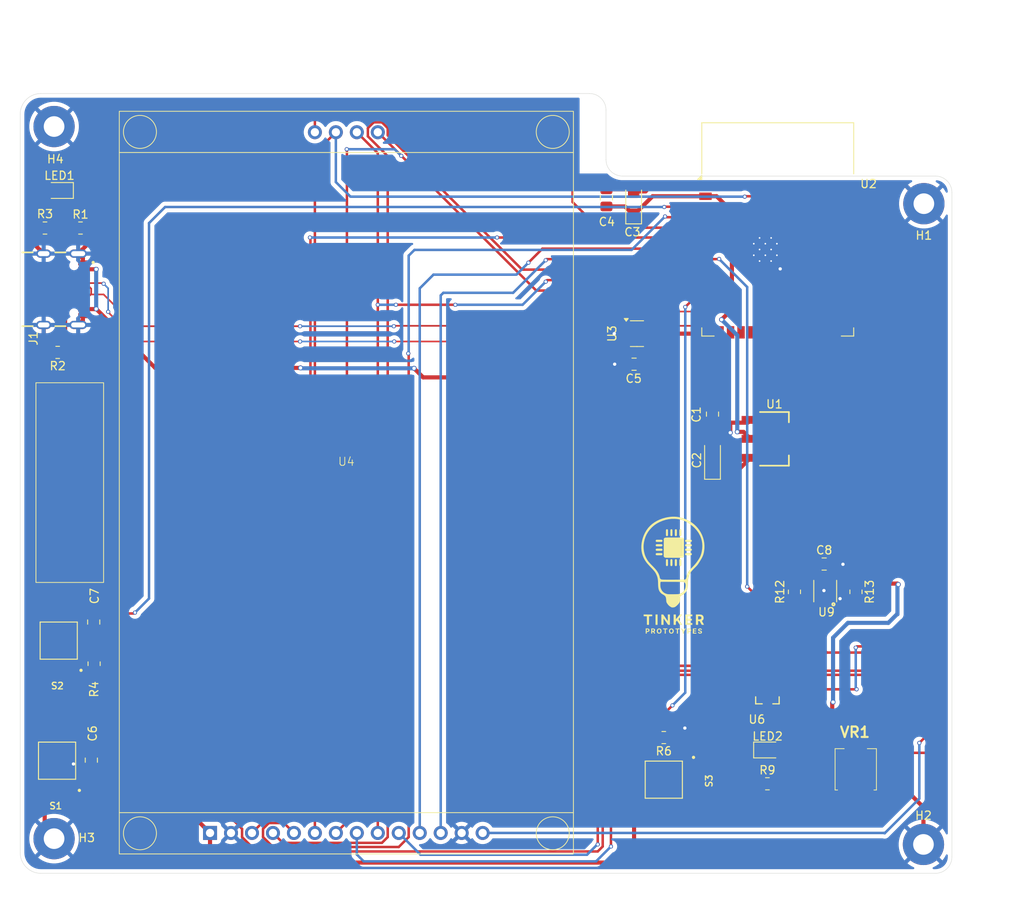
<source format=kicad_pcb>
(kicad_pcb (version 20241229) (generator "pcbnew") (generator_version "9.0")
  (layers (0 "F.Cu" signal) (2 "B.Cu" signal) (13 "F.Paste" user) (15 "B.Paste" user) (5 "F.SilkS" user "F.Silkscreen") (7 "B.SilkS" user "B.Silkscreen") (1 "F.Mask" user) (3 "B.Mask" user) (25 "Edge.Cuts" user))
  (net 0 "")
  (net 1 "GND")
  (net 2 "+5V")
  (net 3 "+3.3V")
  (net 4 "/BOOT")
  (net 5 "/EN")
  (net 6 "Net-(J1-CC2)")
  (net 7 "Net-(J1-CC1)")
  (net 8 "/USB_P")
  (net 9 "/USB_N")
  (net 10 "/PWD_LED")
  (net 11 "/D-")
  (net 12 "/D+")
  (net 13 "Net-(LED2-A)")
  (net 14 "Net-(LED2-K)")
  (net 16 "/SW1")
  (net 18 "/SCK")
  (net 20 "/SD_CS")
  (net 21 "/MOSI")
  (net 28 "/SCL")
  (net 29 "/T_CS")
  (net 30 "/LED1")
  (net 31 "/MISO")
  (net 35 "/SDA")
  (net 36 "/TFT_CS")
  (net 39 "/POT1")
  (net 40 "/TFT_LED")
  (net 42 "/TFT_DC")
  (net 43 "/TFT_RST")
  (net 44 "/T_IRQ")
  (footprint "LVGL_Board:TS53YJ" (layer "F.Cu") (at 187.65 135.05)
    (property "Reference" "VR1")
    (property "Value" "TS53YJ103MR10" (hide yes))
  )
  (footprint "LVGL_Board:VREG_LM1117MPX-3.3" (layer "F.Cu") (at 177.8 95)
    (property "Reference" "U1")
    (property "Value" "LM1117MPX-3.3")
  )
  (footprint "Resistor_SMD:R_0805_2012Metric_Pad1.20x1.40mm_HandSolder" (layer "F.Cu") (at 180.225 113.5375 -90)
    (property "Reference" "R12")
    (property "Value" "4k7")
  )
  (footprint "Resistor_SMD:R_0805_2012Metric_Pad1.20x1.40mm_HandSolder" (layer "F.Cu") (at 95.4 122.25 90)
    (property "Reference" "R4")
    (property "Value" "10k")
  )
  (footprint "MountingHole:MountingHole_2.5mm_Pad" (layer "F.Cu") (at 90.55 143.45)
    (property "Reference" "H3")
    (property "Value" "MountingHole_Pad" (hide yes))
  )
  (footprint "LVGL_Board:IRLML2502TRPBF_SOT23" (layer "F.Cu") (at 176.95 126.45 180)
    (property "Reference" "U6")
    (property "Value" "IRLML2502TRPBF")
  )
  (footprint "LVGL_Board:SW_TL3305AF260QG" (layer "F.Cu") (at 90.9125 134 180)
    (property "Reference" "S1")
    (property "Value" "Boot")
  )
  (footprint "Resistor_SMD:R_0805_2012Metric_Pad1.20x1.40mm_HandSolder" (layer "F.Cu") (at 176.95 136.8)
    (property "Reference" "R9")
    (property "Value" "470")
  )
  (footprint "Symbol:TP_Logo_New_15mm_Positive" (layer "F.Cu") (at 165.6 111.6)
    (property "Reference" "G***" (hide yes))
    (property "Value" "LOGO" (hide yes))
  )
  (footprint "Capacitor_SMD:C_0805_2012Metric_Pad1.18x1.45mm_HandSolder" (layer "F.Cu") (at 170.3 92 -90)
    (property "Reference" "C1")
    (property "Value" "0.1u")
  )
  (footprint "Capacitor_SMD:C_0805_2012Metric_Pad1.18x1.45mm_HandSolder" (layer "F.Cu") (at 183.825 110.17)
    (property "Reference" "C8")
    (property "Value" "0.1u")
  )
  (footprint "Tinker_Prototypes:ILI9341_TFT_3-2inch" (layer "F.Cu") (at 125.95 100.3)
    (property "Reference" "U4")
    (property "Value" "ILI9341_TFT_3.2")
  )
  (footprint "Capacitor_Tantalum_SMD:CP_EIA-3216-10_Kemet-I_HandSolder" (layer "F.Cu") (at 160.75 66.45 90)
    (property "Reference" "C3")
    (property "Value" "10u")
  )
  (footprint "Resistor_SMD:R_0805_2012Metric_Pad1.20x1.40mm_HandSolder" (layer "F.Cu") (at 164.4 131.2 180)
    (property "Reference" "R6")
    (property "Value" "10k")
  )
  (footprint "Capacitor_Tantalum_SMD:CP_EIA-3216-10_Kemet-I_HandSolder" (layer "F.Cu") (at 170.3 97.4 90)
    (property "Reference" "C2")
    (property "Value" "10u")
  )
  (footprint "LVGL_Board:BME280_PSON65P-8N" (layer "F.Cu") (at 183.95 113.45 -90)
    (property "Reference" "U9")
    (property "Value" "BME280")
  )
  (footprint "LED_SMD:LED_0805_2012Metric" (layer "F.Cu") (at 176.97 132.7)
    (property "Reference" "LED2")
    (property "Value" "LTST-C170KRKT")
  )
  (footprint "Resistor_SMD:R_0805_2012Metric_Pad1.20x1.40mm_HandSolder" (layer "F.Cu") (at 93.75 69.45)
    (property "Reference" "R1")
    (property "Value" "470")
  )
  (footprint "LED_SMD:LED_0805_2012Metric" (layer "F.Cu") (at 91.2 64.9 180)
    (property "Reference" "LED1")
    (property "Value" "LTST-C170KRKT")
  )
  (footprint "LVGL_Board:SW_TL3305AF260QG" (layer "F.Cu") (at 91.1125 119.45 180)
    (property "Reference" "S2")
    (property "Value" "Reset")
  )
  (footprint "LVGL_Board:SW_TL3305AF260QG" (layer "F.Cu") (at 164.4 136.3 -90)
    (property "Reference" "S3")
    (property "Value" "SW1")
  )
  (footprint "Package_TO_SOT_SMD:SOT-23-6" (layer "F.Cu") (at 161.15 82.25)
    (property "Reference" "U3")
    (property "Value" "USBLC6-2SC6" (hide yes))
  )
  (footprint "Resistor_SMD:R_0805_2012Metric_Pad1.20x1.40mm_HandSolder" (layer "F.Cu") (at 187.675 113.5375 -90)
    (property "Reference" "R13")
    (property "Value" "4k7")
  )
  (footprint "LVGL_Board:GCT_USB4105-GF-A" (layer "F.Cu") (at 89.2875 76.8725 -90)
    (property "Reference" "J1")
    (property "Value" "USB4105-GF-A")
  )
  (footprint "Capacitor_SMD:C_0805_2012Metric_Pad1.18x1.45mm_HandSolder" (layer "F.Cu") (at 160.8 85.95 180)
    (property "Reference" "C5")
    (property "Value" "100nF")
  )
  (footprint "Capacitor_SMD:C_0805_2012Metric_Pad1.18x1.45mm_HandSolder" (layer "F.Cu") (at 95.35 117.2 -90)
    (property "Reference" "C7")
    (property "Value" "0.1u")
  )
  (footprint "MountingHole:MountingHole_2.5mm_Pad" (layer "F.Cu") (at 195.85 144.15)
    (property "Reference" "H2")
    (property "Value" "MountingHole_Pad" (hide yes))
  )
  (footprint "Resistor_SMD:R_0805_2012Metric_Pad1.20x1.40mm_HandSolder" (layer "F.Cu") (at 89.45 69.45 180)
    (property "Reference" "R3")
    (property "Value" "5k1")
  )
  (footprint "Capacitor_SMD:C_0805_2012Metric_Pad1.18x1.45mm_HandSolder" (layer "F.Cu") (at 95.0625 133.9375 -90)
    (property "Reference" "C6")
    (property "Value" "0.1u")
  )
  (footprint "Resistor_SMD:R_0805_2012Metric_Pad1.20x1.40mm_HandSolder" (layer "F.Cu") (at 90.9875 84.5225 180)
    (property "Reference" "R2")
    (property "Value" "5k1")
  )
  (footprint "RF_Module:ESP32-S3-WROOM-1" (layer "F.Cu") (at 178.2 69.59)
    (property "Reference" "U2")
    (property "Value" "ESP32-S3-WROOM-1")
  )
  (footprint "Capacitor_SMD:C_0805_2012Metric_Pad1.18x1.45mm_HandSolder" (layer "F.Cu") (at 157.45 65.8 90)
    (property "Reference" "C4")
    (property "Value" "0.1u")
  )
  (footprint "MountingHole:MountingHole_2.5mm_Pad" (layer "F.Cu") (at 90.55 57.15)
    (property "Reference" "H4")
    (property "Value" "MountingHole_Pad" (hide yes))
  )
  (footprint "MountingHole:MountingHole_2.5mm_Pad" (layer "F.Cu") (at 195.9 66.5)
    (property "Reference" "H1")
    (property "Value" "MountingHole_Pad" (hide yes))
  )
  (gr_rect (start 88.35 88.2) (end 96.55 112.4) (stroke (width 0.1)) (fill no) (layer "F.SilkS"))
  (gr_line (start 88.95 53.15) (end 155.4 53.15) (stroke (width 0.05)) (layer "Edge.Cuts"))
  (gr_line (start 199.3 65.15) (end 199.3 145.65) (stroke (width 0.05)) (layer "Edge.Cuts"))
  (gr_arc (start 159.4 63.15) (mid 157.985786 62.564214) (end 157.4 61.15) (stroke (width 0.05)) (layer "Edge.Cuts"))
  (gr_arc (start 199.3 145.65) (mid 198.714214 147.064214) (end 197.3 147.65) (stroke (width 0.05)) (layer "Edge.Cuts"))
  (gr_line (start 197.3 147.65) (end 97.65 147.65) (stroke (width 0.05)) (layer "Edge.Cuts"))
  (gr_arc (start 197.3 63.15) (mid 198.714214 63.735786) (end 199.3 65.15) (stroke (width 0.05)) (layer "Edge.Cuts"))
  (gr_arc (start 155.4 53.15) (mid 156.814214 53.735786) (end 157.4 55.15) (stroke (width 0.05)) (layer "Edge.Cuts"))
  (gr_arc (start 88.95 147.65) (mid 87.182233 146.917767) (end 86.45 145.15) (stroke (width 0.05)) (layer "Edge.Cuts"))
  (gr_line (start 86.45 145.15) (end 86.45 55.65) (stroke (width 0.05)) (layer "Edge.Cuts"))
  (gr_arc (start 86.45 55.65) (mid 87.182233 53.882233) (end 88.95 53.15) (stroke (width 0.05)) (layer "Edge.Cuts"))
  (gr_line (start 157.4 55.15) (end 157.4 61.15) (stroke (width 0.05)) (layer "Edge.Cuts"))
  (gr_line (start 159.4 63.15) (end 197.3 63.15) (stroke (width 0.05)) (layer "Edge.Cuts"))
  (gr_line (start 97.65 147.65) (end 88.95 147.65) (stroke (width 0.05)) (layer "Edge.Cuts"))
  (segment (start 186.95 64.33) (end 193.73 64.33) (width 0.5) (layer "F.Cu") (net 1))
  (segment (start 176.7 72.05) (end 178.5 73.85) (width 0.3) (layer "F.Cu") (net 1))
  (segment (start 172.45 93.0375) (end 174.5625 93.0375) (width 0.5) (layer "F.Cu") (net 1))
  (segment (start 89.6125 123.05) (end 92.6125 123.05) (width 0.5) (layer "F.Cu") (net 1))
  (segment (start 94.0425 73.6725) (end 94.0425 73.1275) (width 0.5) (layer "F.Cu") (net 1))
  (segment (start 89.2875 83.7125) (end 89.2875 81.1925) (width 0.5) (layer "F.Cu") (net 1))
  (segment (start 165.4 131.2) (end 171.7 131.2) (width 0.5) (layer "F.Cu") (net 1))
  (segment (start 89.2 83.8) (end 89.2875 83.7125) (width 0.5) (layer "F.Cu") (net 1))
  (segment (start 160.5025 64.7625) (end 160.75 65.01) (width 0.5) (layer "F.Cu") (net 1))
  (segment (start 193.73 64.33) (end 195.9 66.5) (width 0.5) (layer "F.Cu") (net 1))
  (segment (start 178.5 73.85) (end 178.5 74.4) (width 0.3) (layer "F.Cu") (net 1))
  (segment (start 186.07 110.17) (end 186.1 110.2) (width 0.5) (layer "F.Cu") (net 1))
  (segment (start 183.286002 113.076) (end 183.8 113.076) (width 0.3) (layer "F.Cu") (net 1))
  (segment (start 170.3 93.0375) (end 172.45 93.0375) (width 0.5) (layer "F.Cu") (net 1))
  (segment (start 89.4125 137.6) (end 92.4125 137.6) (width 0.5) (layer "F.Cu") (net 1))
  (segment (start 88.45 69.45) (end 88.45 71.715) (width 0.5) (layer "F.Cu") (net 1))
  (segment (start 88.45 71.715) (end 89.2875 72.5525) (width 0.5) (layer "F.Cu") (net 1))
  (segment (start 195.85 139.65) (end 195.85 144.15) (width 0.5) (layer "F.Cu") (net 1))
  (segment (start 165.8 131.2) (end 166.95 130.05) (width 0.5) (layer "F.Cu") (net 1))
  (segment (start 173.3 129.6) (end 173.3 125.9) (width 0.5) (layer "F.Cu") (net 1))
  (segment (start 160.0125 82.25) (end 158.4 82.25) (width 0.5) (layer "F.Cu") (net 1))
  (segment (start 184.275 112.764998) (end 184.275 112.48) (width 0.3) (layer "F.Cu") (net 1))
  (segment (start 94.0425 80.0725) (end 94.0425 80.6175) (width 0.5) (layer "F.Cu") (net 1))
  (segment (start 185.696 114.42) (end 185.75 114.366) (width 0.3) (layer "F.Cu") (net 1))
  (segment (start 94.75 71.27) (end 93.4675 72.5525) (width 0.5) (layer "F.Cu") (net 1))
  (segment (start 162.19 65.01) (end 162.95 64.25) (width 0.5) (layer "F.Cu") (net 1))
  (segment (start 172.45 93.0375) (end 172.45 94.25) (width 0.5) (layer "F.Cu") (net 1))
  (segment (start 183.8 113.381666) (end 183.795452 113.386214) (width 0.3) (layer "F.Cu") (net 1))
  (segment (start 94.0425 73.1275) (end 93.4675 72.5525) (width 0.5) (layer "F.Cu") (net 1))
  (segment (start 92.6125 119.4375) (end 93.8125 118.2375) (width 0.5) (layer "F.Cu") (net 1))
  (segment (start 184.8625 110.17) (end 186.07 110.17) (width 0.5) (layer "F.Cu") (net 1))
  (segment (start 89.6125 123.05) (end 88.4615 121.899) (width 0.5) (layer "F.Cu") (net 1))
  (segment (start 159.7625 85.95) (end 158.45 85.95) (width 0.5) (layer "F.Cu") (net 1))
  (segment (start 94.75 69.45) (end 94.75 71.27) (width 0.5) (layer "F.Cu") (net 1))
  (segment (start 182.975 112.764998) (end 183.286002 113.076) (width 0.3) (layer "F.Cu") (net 1))
  (segment (start 183.963998 113.076) (end 184.275 112.764998) (width 0.3) (layer "F.Cu") (net 1))
  (segment (start 183.8 113.076) (end 183.8 113.381666) (width 0.3) (layer "F.Cu") (net 1))
  (segment (start 93.8125 118.2375) (end 95.35 118.2375) (width 0.5) (layer "F.Cu") (net 1))
  (segment (start 173.85 125.35) (end 176 125.35) (width 0.5) (layer "F.Cu") (net 1))
  (segment (start 182.975 112.48) (end 182.975 112.764998) (width 0.3) (layer "F.Cu") (net 1))
  (segment (start 89.4125 142.3125) (end 90.55 143.45) (width 0.5) (layer "F.Cu") (net 1))
  (segment (start 93.475 134.975) (end 92.9 134.4) (width 0.5) (layer "F.Cu") (net 1))
  (segment (start 94.0425 80.6175) (end 93.4675 81.1925) (width 0.5) (layer "F.Cu") (net 1))
  (segment (start 157.45 64.7625) (end 160.5025 64.7625) (width 0.5) (layer "F.Cu") (net 1))
  (segment (start 162.95 64.25) (end 163.03 64.33) (width 0.5) (layer "F.Cu") (net 1))
  (segment (start 186.95 64.33) (end 169.45 64.33) (width 0.5) (layer "F.Cu") (net 1))
  (segment (start 173.3 125.9) (end 173.85 125.35) (width 0.5) (layer "F.Cu") (net 1))
  (segment (start 183.8 113.076) (end 183.963998 113.076) (width 0.3) (layer "F.Cu") (net 1))
  (segment (start 170.3 93.0375) (end 170.3 95.96) (width 0.5) (layer "F.Cu") (net 1))
  (segment (start 88.4615 121.899) (end 88.4615 86.0485) (width 0.5) (layer "F.Cu") (net 1))
  (segment (start 163.03 64.33) (end 169.45 64.33) (width 0.5) (layer "F.Cu") (net 1))
  (segment (start 160.75 65.01) (end 162.19 65.01) (width 0.5) (layer "F.Cu") (net 1))
  (segment (start 88.4615 86.0485) (end 89.9875 84.5225) (width 0.5) (layer "F.Cu") (net 1))
  (segment (start 171.7 131.2) (end 173.3 129.6) (width 0.5) (layer "F.Cu") (net 1))
  (segment (start 165.4 131.2) (end 165.8 131.2) (width 0.5) (layer "F.Cu") (net 1))
  (segment (start 188.8 137.05) (end 193.25 137.05) (width 0.5) (layer "F.Cu") (net 1))
  (segment (start 193.25 137.05) (end 195.85 139.65) (width 0.5) (layer "F.Cu") (net 1))
  (segment (start 89.9875 84.5225) (end 89.9225 84.5225) (width 0.5) (layer "F.Cu") (net 1))
  (segment (start 89.9225 84.5225) (end 89.2 83.8) (width 0.5) (layer "F.Cu") (net 1))
  (segment (start 89.4125 137.6) (end 89.4125 142.3125) (width 0.5) (layer "F.Cu") (net 1))
  (segment (start 92.6125 123.05) (end 92.6125 119.4375) (width 0.5) (layer "F.Cu") (net 1))
  (segment (start 184.925 114.42) (end 185.696 114.42) (width 0.3) (layer "F.Cu") (net 1))
  (segment (start 174.5625 93.0375) (end 174.9 92.7) (width 0.5) (layer "F.Cu") (net 1))
  (segment (start 95.0625 134.975) (end 93.475 134.975) (width 0.5) (layer "F.Cu") (net 1))
  (via (at 172.45 94.25) (size 0.6) (drill 0.4) (layers "F.Cu" "B.Cu") (net 1))
  (via (at 166.95 130.05) (size 0.6) (drill 0.4) (layers "F.Cu" "B.Cu") (net 1))
  (via (at 158.4 82.25) (size 0.6) (drill 0.4) (layers "F.Cu" "B.Cu") (net 1))
  (via (at 183.795452 113.386214) (size 0.6) (drill 0.4) (layers "F.Cu" "B.Cu") (net 1))
  (via (at 185.75 114.366) (size 0.6) (drill 0.4) (layers "F.Cu" "B.Cu") (net 1))
  (via (at 92.9 134.4) (size 0.6) (drill 0.4) (layers "F.Cu" "B.Cu") (net 1))
  (via (at 158.45 85.95) (size 0.6) (drill 0.4) (layers "F.Cu" "B.Cu") (net 1))
  (via (at 186.1 110.2) (size 0.6) (drill 0.4) (layers "F.Cu" "B.Cu") (net 1))
  (via (at 178.5 74.4) (size 0.6) (drill 0.4) (layers "F.Cu" "B.Cu") (net 1))
  (segment (start 173.36 98.84) (end 174.9 97.3) (width 0.5) (layer "F.Cu") (net 2))
  (segment (start 170.3 83.75) (end 170.3 90.9625) (width 0.5) (layer "F.Cu") (net 2))
  (segment (start 95.6275 79.2725) (end 95.65 79.25) (width 0.5) (layer "F.Cu") (net 2))
  (segment (start 102.8 86.4) (end 120.4 86.4) (width 0.5) (layer "F.Cu") (net 2))
  (segment (start 170.3 90.9625) (end 169.6375 90.9625) (width 0.5) (layer "F.Cu") (net 2))
  (segment (start 95.65 74.45) (end 94.065 74.45) (width 0.5) (layer "F.Cu") (net 2))
  (segment (start 161.8375 85.95) (end 163.45 85.95) (width 0.5) (layer "F.Cu") (net 2))
  (segment (start 160.2375 87.55) (end 161.8375 85.95) (width 0.5) (layer "F.Cu") (net 2))
  (segment (start 164.05 82.4) (end 163.9 82.25) (width 0.5) (layer "F.Cu") (net 2))
  (segment (start 168.8 82.25) (end 170.3 83.75) (width 0.5) (layer "F.Cu") (net 2))
  (segment (start 163.45 85.95) (end 164.05 85.35) (width 0.5) (layer "F.Cu") (net 2))
  (segment (start 168.85 97.39) (end 170.3 98.84) (width 0.5) (layer "F.Cu") (net 2))
  (segment (start 94.065 74.45) (end 94.0425 74.4725) (width 0.5) (layer "F.Cu") (net 2))
  (segment (start 168.85 91.75) (end 168.85 97.39) (width 0.5) (layer "F.Cu") (net 2))
  (segment (start 135.251 87.55) (end 160.2375 87.55) (width 0.5) (layer "F.Cu") (net 2))
  (segment (start 163.9 82.25) (end 168.8 82.25) (width 0.5) (layer "F.Cu") (net 2))
  (segment (start 164.05 85.35) (end 164.05 82.4) (width 0.5) (layer "F.Cu") (net 2))
  (segment (start 162.2875 82.25) (end 163.9 82.25) (width 0.5) (layer "F.Cu") (net 2))
  (segment (start 94.0425 79.2725) (end 95.6275 79.2725) (width 0.5) (layer "F.Cu") (net 2))
  (segment (start 170.3 98.84) (end 173.36 98.84) (width 0.5) (layer "F.Cu") (net 2))
  (segment (start 169.6375 90.9625) (end 168.85 91.75) (width 0.5) (layer "F.Cu") (net 2))
  (segment (start 134.151 86.45) (end 135.251 87.55) (width 0.5) (layer "F.Cu") (net 2))
  (segment (start 95.65 79.25) (end 102.8 86.4) (width 0.5) (layer "F.Cu") (net 2))
  (via (at 95.65 74.45) (size 0.6) (drill 0.4) (layers "F.Cu" "B.Cu") (net 2))
  (via (at 120.4 86.4) (size 0.6) (drill 0.4) (layers "F.Cu" "B.Cu") (net 2))
  (via (at 95.65 79.25) (size 0.6) (drill 0.4) (layers "F.Cu" "B.Cu") (net 2))
  (via (at 134.151 86.45) (size 0.6) (drill 0.4) (layers "F.Cu" "B.Cu") (net 2))
  (segment (start 95.65 79.25) (end 95.65 74.45) (width 0.5) (layer "B.Cu") (net 2))
  (segment (start 120.4 86.4) (end 120.45 86.45) (width 0.5) (layer "B.Cu") (net 2))
  (segment (start 120.45 86.45) (end 134.151 86.45) (width 0.5) (layer "B.Cu") (net 2))
  (segment (start 170.8 65.6) (end 172.65 67.45) (width 0.5) (layer "F.Cu") (net 3))
  (segment (start 87.399 125.599) (end 89.15 127.35) (width 0.5) (layer "F.Cu") (net 3))
  (segment (start 184.275 113.825) (end 184.925 113.175) (width 0.3) (layer "F.Cu") (net 3))
  (segment (start 187.675 112.5375) (end 185.0085 112.5375) (width 0.5) (layer "F.Cu") (net 3))
  (segment (start 192.6875 112.5375) (end 187.675 112.5375) (width 0.5) (layer "F.Cu") (net 3))
  (segment (start 182.7875 95.9625) (end 182.7875 110.17) (width 0.5) (layer "F.Cu") (net 3))
  (segment (start 160.8 137.8) (end 168 137.8) (width 0.5) (layer "F.Cu") (net 3))
  (segment (start 184.8 134.3) (end 184.8 127) (width 0.5) (layer "F.Cu") (net 3))
  (segment (start 186.5 137.05) (end 186.5 136) (width 0.5) (layer "F.Cu") (net 3))
  (segment (start 187.4 111.55) (end 187.675 111.825) (width 0.5) (layer "F.Cu") (net 3))
  (segment (start 171.95 137.8) (end 172.95 136.8) (width 0.5) (layer "F.Cu") (net 3))
  (segment (start 186.5 137.05) (end 184.95 138.6) (width 0.5) (layer "F.Cu") (net 3))
  (segment (start 183.625 112.0925) (end 184.1675 111.55) (width 0.3) (layer "F.Cu") (net 3))
  (segment (start 182.825 95.925) (end 182.7875 95.9625) (width 0.5) (layer "F.Cu") (net 3))
  (segment (start 184.95 138.6) (end 177.75 138.6) (width 0.5) (layer "F.Cu") (net 3))
  (segment (start 186.5 136) (end 184.8 134.3) (width 0.5) (layer "F.Cu") (net 3))
  (segment (start 163.04 65.6) (end 169.45 65.6) (width 0.5) (layer "F.Cu") (net 3))
  (segment (start 158.8 146.35) (end 160.8 144.35) (width 0.5) (layer "F.Cu") (net 3))
  (segment (start 160.8 144.35) (end 160.8 137.8) (width 0.5) (layer "F.Cu") (net 3))
  (segment (start 103.029 136.349) (end 89.199 136.349) (width 0.5) (layer "F.Cu") (net 3))
  (segment (start 94.95 127.35) (end 95.4 126.9) (width 0.5) (layer "F.Cu") (net 3))
  (segment (start 185.0085 112.5375) (end 184.951 112.48) (width 0.5) (layer "F.Cu") (net 3))
  (segment (start 87.399 124.8) (end 87.399 125.599) (width 0.5) (layer "F.Cu") (net 3))
  (segment (start 159.6975 66.8375) (end 160.75 67.89) (width 0.5) (layer "F.Cu") (net 3))
  (segment (start 180.225 112.5375) (end 180.225 111.075) (width 0.5) (layer "F.Cu") (net 3))
  (segment (start 174.9 95) (end 180.7 95) (width 0.5) (layer "F.Cu") (net 3))
  (segment (start 88.15 64.9) (end 87.399 65.651) (width 0.5) (layer "F.Cu") (net 3))
  (segment (start 109.44 142.76) (end 109.44 145.09) (width 0.5) (layer "F.Cu") (net 3))
  (segment (start 183.625 112.48) (end 183.625 112.0925) (width 0.3) (layer "F.Cu") (net 3))
  (segment (start 87.4 124.801) (end 87.399 124.8) (width 0.5) (layer "F.Cu") (net 3))
  (segment (start 181.17 110.17) (end 182.7875 110.17) (width 0.5) (layer "F.Cu") (net 3))
  (segment (start 180.7 95) (end 181.9 95) (width 0.5) (layer "F.Cu") (net 3))
  (segment (start 182.7875 110.17) (end 184.1675 111.55) (width 0.5) (layer "F.Cu") (net 3))
  (segment (start 109.44 142.76) (end 103.029 136.349) (width 0.5) (layer "F.Cu") (net 3))
  (segment (start 95.4 126.9) (end 95.4 123.25) (width 0.5) (layer "F.Cu") (net 3))
  (segment (start 157.45 66.8375) (end 159.6975 66.8375) (width 0.5) (layer "F.Cu") (net 3))
  (segment (start 172.65 79.3) (end 171.4 80.55) (width 0.5) (layer "F.Cu") (net 3))
  (segment (start 110.7 146.35) (end 158.8 146.35) (width 0.5) (layer "F.Cu") (net 3))
  (segment (start 109.44 145.09) (end 110.7 146.35) (width 0.5) (layer "F.Cu") (net 3))
  (segment (start 172.95 136.8) (end 175.95 136.8) (width 0.5) (layer "F.Cu") (net 3))
  (segment (start 89.199 136.349) (end 87.4 134.55) (width 0.5) (layer "F.Cu") (net 3))
  (segment (start 177.75 138.6) (end 175.95 136.8) (width 0.5) (layer "F.Cu") (net 3))
  (segment (start 192.8 112.65) (end 192.6875 112.5375) (width 0.5) (layer "F.Cu") (net 3))
  (segment (start 172.65 67.45) (end 172.65 79.3) (width 0.5) (layer "F.Cu") (net 3))
  (segment (start 174.05 94.15) (end 174.9 95) (width 0.5) (layer "F.Cu") (net 3))
  (segment (start 87.399 65.651) (end 87.399 124.8) (width 0.5) (layer "F.Cu") (net 3))
  (segment (start 87.4 134.55) (end 87.4 124.801) (width 0.5) (layer "F.Cu") (net 3))
  (segment (start 184.925 113.175) (end 184.925 112.48) (width 0.3) (layer "F.Cu") (net 3))
  (segment (start 169.45 65.6) (end 170.8 65.6) (width 0.5) (layer "F.Cu") (net 3))
  (segment (start 168 137.8) (end 171.95 137.8) (width 0.5) (layer "F.Cu") (net 3))
  (segment (start 160.75 67.89) (end 163.04 65.6) (width 0.5) (layer "F.Cu") (net 3))
  (segment (start 89.15 127.35) (end 94.95 127.35) (width 0.5) (layer "F.Cu") (net 3))
  (segment (start 181.9 95) (end 182.825 95.925) (width 0.5) (layer "F.Cu") (net 3))
  (segment (start 90.2625 64.9) (end 88.15 64.9) (width 0.5) (layer "F.Cu") (net 3))
  (segment (start 184.275 114.42) (end 184.275 113.825) (width 0.3) (layer "F.Cu") (net 3))
  (segment (start 173.3 94.15) (end 174.05 94.15) (width 0.5) (layer "F.Cu") (net 3))
  (segment (start 181.15 110.15) (end 181.17 110.17) (width 0.5) (layer "F.Cu") (net 3))
  (segment (start 184.8 127) (end 184.9 126.9) (width 0.5) (layer "F.Cu") (net 3))
  (segment (start 180.225 111.075) (end 181.15 110.15) (width 0.5) (layer "F.Cu") (net 3))
  (segment (start 184.1675 111.55) (end 187.4 111.55) (width 0.5) (layer "F.Cu") (net 3))
  (segment (start 187.675 111.825) (end 187.675 112.5375) (width 0.5) (layer "F.Cu") (net 3))
  (via (at 171.4 80.55) (size 0.6) (drill 0.4) (layers "F.Cu" "B.Cu") (net 3))
  (via (at 192.8 112.65) (size 0.6) (drill 0.4) (layers "F.Cu" "B.Cu") (net 3))
  (via (at 173.3 94.15) (size 0.6) (drill 0.4) (layers "F.Cu" "B.Cu") (net 3))
  (via (at 184.9 126.9) (size 0.6) (drill 0.4) (layers "F.Cu" "B.Cu") (net 3))
  (segment (start 184.9 126.9) (end 184.9 119.1) (width 0.5) (layer "B.Cu") (net 3))
  (segment (start 186.6 117.4) (end 186.7 117.3) (width 0.5) (layer "B.Cu") (net 3))
  (segment (start 192.7 116.25) (end 192.7 112.75) (width 0.5) (layer "B.Cu") (net 3))
  (segment (start 192.7 112.75) (end 192.8 112.65) (width 0.5) (layer "B.Cu") (net 3))
  (segment (start 171.4 80.55) (end 173.3 82.45) (width 0.5) (layer "B.Cu") (net 3))
  (segment (start 186.7 117.3) (end 191.6 117.3) (width 0.5) (layer "B.Cu") (net 3))
  (segment (start 191.6 117.3) (end 192.65 116.25) (width 0.5) (layer "B.Cu") (net 3))
  (segment (start 173.3 82.45) (end 173.3 94.15) (width 0.5) (layer "B.Cu") (net 3))
  (segment (start 184.9 119.1) (end 186.6 117.4) (width 0.5) (layer "B.Cu") (net 3))
  (segment (start 192.65 116.25) (end 192.7 116.25) (width 0.5) (layer "B.Cu") (net 3))
  (segment (start 196.148 81.948) (end 195.05 80.85) (width 0.3) (layer "F.Cu") (net 4))
  (segment (start 195.45 123.1) (end 196.148 122.402) (width 0.3) (layer "F.Cu") (net 4))
  (segment (start 92.4125 130.4) (end 94.4 130.4) (width 0.3) (layer "F.Cu") (net 4))
  (segment (start 195.05 80.85) (end 194.85 80.85) (width 0.3) (layer "F.Cu") (net 4))
  (segment (start 115.062529 145.001) (end 156.398943 145.001) (width 0.3) (layer "F.Cu") (net 4))
  (segment (start 89.4125 130.4) (end 92.4125 130.4) (width 0.3) (layer "F.Cu") (net 4))
  (segment (start 157.001 144.398943) (end 157.001 128.34048) (width 0.3) (layer "F.Cu") (net 4))
  (segment (start 194.84 80.84) (end 186.95 80.84) (width 0.3) (layer "F.Cu") (net 4))
  (segment (start 95.0625 132.9) (end 103.956471 132.9) (width 0.3) (layer "F.Cu") (net 4))
  (segment (start 162.24148 123.1) (end 195.45 123.1) (width 0.3) (layer "F.Cu") (net 4))
  (segment (start 113.319 143.257471) (end 115.062529 145.001) (width 0.3) (layer "F.Cu") (net 4))
  (segment (start 157.001 128.34048) (end 162.24148 123.1) (width 0.3) (layer "F.Cu") (net 4))
  (segment (start 156.398943 145.001) (end 157.001 144.398943) (width 0.3) (layer "F.Cu") (net 4))
  (segment (start 194.85 80.85) (end 194.84 80.84) (width 0.3) (layer "F.Cu") (net 4))
  (segment (start 196.148 122.402) (end 196.148 81.948) (width 0.3) (layer "F.Cu") (net 4))
  (segment (start 94.4 130.4) (end 95.1 131.1) (width 0.3) (layer "F.Cu") (net 4))
  (segment (start 95.1 131.1) (end 95.0625 131.1375) (width 0.3) (layer "F.Cu") (net 4))
  (segment (start 113.319 142.262529) (end 113.319 143.257471) (width 0.3) (layer "F.Cu") (net 4))
  (segment (start 95.0625 131.1375) (end 95.0625 132.9) (width 0.3) (layer "F.Cu") (net 4))
  (segment (start 103.956471 132.9) (end 113.319 142.262529) (width 0.3) (layer "F.Cu") (net 4))
  (segment (start 164.48 66.87) (end 164.45 66.9) (width 0.3) (layer "F.Cu") (net 5))
  (segment (start 92.6125 115.85) (end 95.0375 115.85) (width 0.3) (layer "F.Cu") (net 5))
  (segment (start 96.426 117.2385) (end 96.426 120.224) (width 0.3) (layer "F.Cu") (net 5))
  (segment (start 169.45 66.87) (end 164.48 66.87) (width 0.3) (layer "F.Cu") (net 5))
  (segment (start 89.6125 115.85) (end 92.6125 115.85) (width 0.3) (layer "F.Cu") (net 5))
  (segment (start 100.35 116.05) (end 100.2375 116.1625) (width 0.3) (layer "F.Cu") (net 5))
  (segment (start 95.35 116.1625) (end 96.426 117.2385) (width 0.3) (layer "F.Cu") (net 5))
  (segment (start 95.0375 115.85) (end 95.35 116.1625) (width 0.3) (layer "F.Cu") (net 5))
  (segment (start 96.426 120.224) (end 95.4 121.25) (width 0.3) (layer "F.Cu") (net 5))
  (segment (start 100.2375 116.1625) (end 95.35 116.1625) (width 0.3) (layer "F.Cu") (net 5))
  (via (at 100.35 116.05) (size 0.5) (drill 0.3) (layers "F.Cu" "B.Cu") (net 5))
  (via (at 164.45 66.9) (size 0.5) (drill 0.3) (layers "F.Cu" "B.Cu") (net 5))
  (segment (start 164.45 66.9) (end 104 66.9) (width 0.3) (layer "B.Cu") (net 5))
  (segment (start 102.05 114.35) (end 100.35 116.05) (width 0.3) (layer "B.Cu") (net 5))
  (segment (start 102.05 68.85) (end 102.05 114.35) (width 0.3) (layer "B.Cu") (net 5))
  (segment (start 104 66.9) (end 102.05 68.85) (width 0.3) (layer "B.Cu") (net 5))
  (segment (start 93.080781 78.6225) (end 94.0425 78.6225) (width 0.3) (layer "F.Cu") (net 6))
  (segment (start 91.9875 84.5225) (end 91.9875 79.715781) (width 0.3) (layer "F.Cu") (net 6))
  (segment (start 91.9875 79.715781) (end 93.080781 78.6225) (width 0.3) (layer "F.Cu") (net 6))
  (segment (start 90.45 69.45) (end 90.45 70.65) (width 0.3) (layer "F.Cu") (net 7))
  (segment (start 92.2225 75.6225) (end 94.0425 75.6225) (width 0.3) (layer "F.Cu") (net 7))
  (segment (start 91.7 75.1) (end 92.2225 75.6225) (width 0.3) (layer "F.Cu") (net 7))
  (segment (start 90.45 70.65) (end 91.7 71.9) (width 0.3) (layer "F.Cu") (net 7))
  (segment (start 91.7 71.9) (end 91.7 75.1) (width 0.3) (layer "F.Cu") (net 7))
  (segment (start 95.05 76.803) (end 95.05 77.442) (width 0.2) (layer "F.Cu") (net 8))
  (segment (start 131.75 81.3) (end 131.7 81.35) (width 0.2) (layer "F.Cu") (net 8))
  (segment (start 94.992 77.5) (end 94.946 77.546) (width 0.2) (layer "F.Cu") (net 8))
  (segment (start 94.8695 77.6225) (end 94.0425 77.6225) (width 0.2) (layer "F.Cu") (net 8))
  (segment (start 94.946 77.546) (end 94.8695 77.6225) (width 0.2) (layer "F.Cu") (net 8))
  (segment (start 94.8695 76.6225) (end 95.05 76.803) (width 0.2) (layer "F.Cu") (net 8))
  (segment (start 120.35 81.35) (end 100.4 81.35) (width 0.2) (layer "F.Cu") (net 8))
  (segment (start 100.4 81.35) (end 96.55 77.5) (width 0.2) (layer "F.Cu") (net 8))
  (segment (start 95.05 77.442) (end 94.946 77.546) (width 0.2) (layer "F.Cu") (net 8))
  (segment (start 94.0425 76.6225) (end 94.8695 76.6225) (width 0.2) (layer "F.Cu") (net 8))
  (segment (start 160.0125 81.3) (end 131.75 81.3) (width 0.2) (layer "F.Cu") (net 8))
  (segment (start 96.55 77.5) (end 94.992 77.5) (width 0.2) (layer "F.Cu") (net 8))
  (via (at 120.35 81.35) (size 0.5) (drill 0.3) (layers "F.Cu" "B.Cu") (net 8))
  (via (at 131.7 81.35) (size 0.5) (drill 0.3) (layers "F.Cu" "B.Cu") (net 8))
  (segment (start 131.7 81.35) (end 120.35 81.35) (width 0.2) (layer "B.Cu") (net 8))
  (segment (start 120.3 81.4) (end 120.35 81.35) (width 0.2) (layer "B.Cu") (net 8))
  (segment (start 120.35 83.2) (end 100.65 83.2) (width 0.2) (layer "F.Cu") (net 9))
  (segment (start 100.65 83.2) (end 97.25 79.8) (width 0.2) (layer "F.Cu") (net 9))
  (segment (start 93.3725 77.1225) (end 94.0425 77.1225) (width 0.2) (layer "F.Cu") (net 9))
  (segment (start 160.0125 83.2) (end 131.75 83.2) (width 0.2) (layer "F.Cu") (net 9))
  (segment (start 96.4725 76.1225) (end 96.55 76.2) (width 0.2) (layer "F.Cu") (net 9))
  (segment (start 93 76.4) (end 93 76.75) (width 0.2) (layer "F.Cu") (net 9))
  (segment (start 94.0425 76.1225) (end 93.2775 76.1225) (width 0.2) (layer "F.Cu") (net 9))
  (segment (start 93 76.75) (end 93.3725 77.1225) (width 0.2) (layer "F.Cu") (net 9))
  (segment (start 94.0425 76.1225) (end 96.4725 76.1225) (width 0.2) (layer "F.Cu") (net 9))
  (segment (start 97.25 79.8) (end 97.25 79.75) (width 0.2) (layer "F.Cu") (net 9))
  (segment (start 93.2775 76.1225) (end 93 76.4) (width 0.2) (layer "F.Cu") (net 9))
  (segment (start 97.25 79.75) (end 97.1 79.6) (width 0.2) (layer "F.Cu") (net 9))
  (via (at 96.55 76.2) (size 0.5) (drill 0.3) (layers "F.Cu" "B.Cu") (net 9))
  (via (at 131.75 83.2) (size 0.5) (drill 0.3) (layers "F.Cu" "B.Cu") (net 9))
  (via (at 120.35 83.2) (size 0.5) (drill 0.3) (layers "F.Cu" "B.Cu") (net 9))
  (via (at 97.1 79.6) (size 0.5) (drill 0.3) (layers "F.Cu" "B.Cu") (net 9))
  (segment (start 97.1 79.6) (end 97.1 76.75) (width 0.2) (layer "B.Cu") (net 9))
  (segment (start 97.1 76.75) (end 96.55 76.2) (width 0.2) (layer "B.Cu") (net 9))
  (segment (start 131.75 83.2) (end 120.35 83.2) (width 0.2) (layer "B.Cu") (net 9))
  (segment (start 92.1375 64.9) (end 92.1375 68.8375) (width 0.3) (layer "F.Cu") (net 10))
  (segment (start 92.1375 68.8375) (end 92.75 69.45) (width 0.3) (layer "F.Cu") (net 10))
  (segment (start 161.625001 83.2) (end 161.324 82.898999) (width 0.2) (layer "F.Cu") (net 11))
  (segment (start 161.324 82.898999) (end 161.324 80.959032) (width 0.2) (layer "F.Cu") (net 11))
  (segment (start 161.324 80.959032) (end 162.713032 79.57) (width 0.2) (layer "F.Cu") (net 11))
  (segment (start 162.2875 83.2) (end 161.625001 83.2) (width 0.2) (layer "F.Cu") (net 11))
  (segment (start 162.713032 79.57) (end 169.45 79.57) (width 0.2) (layer "F.Cu") (net 11))
  (segment (start 168.99 81.3) (end 169.45 80.84) (width 0.2) (layer "F.Cu") (net 12))
  (segment (start 162.2875 81.3) (end 168.99 81.3) (width 0.2) (layer "F.Cu") (net 12))
  (segment (start 177.9075 136.7575) (end 177.95 136.8) (width 0.3) (layer "F.Cu") (net 13))
  (segment (start 177.9075 132.7) (end 177.9075 136.7575) (width 0.3) (layer "F.Cu") (net 13))
  (segment (start 176.95 127.55) (end 176.95 130.05) (width 0.3) (layer "F.Cu") (net 14))
  (segment (start 176.0325 130.9675) (end 176.0325 132.7) (width 0.3) (layer "F.Cu") (net 14))
  (segment (start 176.95 130.05) (end 176.0325 130.9675) (width 0.3) (layer "F.Cu") (net 14))
  (segment (start 160.8 134.8) (end 160.8 132.55) (width 0.3) (layer "F.Cu") (net 16))
  (segment (start 160.8 132.55) (end 162.15 131.2) (width 0.3) (layer "F.Cu") (net 16))
  (segment (start 163.4 129.35) (end 163.4 131.2) (width 0.3) (layer "F.Cu") (net 16))
  (segment (start 169.45 78.3) (end 167.72 78.3) (width 0.3) (layer "F.Cu") (net 16))
  (segment (start 162.15 131.2) (end 163.4 131.2) (width 0.3) (layer "F.Cu") (net 16))
  (segment (start 167.72 78.3) (end 167 79.02) (width 0.3) (layer "F.Cu") (net 16))
  (segment (start 165.45 127.3) (end 163.4 129.35) (width 0.3) (layer "F.Cu") (net 16))
  (segment (start 160.8 134.8) (end 168 134.8) (width 0.3) (layer "F.Cu") (net 16))
  (via (at 165.45 127.3) (size 0.5) (drill 0.3) (layers "F.Cu" "B.Cu") (net 16))
  (via (at 167 79.02) (size 0.5) (drill 0.3) (layers "F.Cu" "B.Cu") (net 16))
  (segment (start 167 79.02) (end 167 125.75) (width 0.3) (layer "B.Cu") (net 16))
  (segment (start 167 125.75) (end 165.45 127.3) (width 0.3) (layer "B.Cu") (net 16))
  (segment (start 148.95 77.03) (end 169.45 77.03) (width 0.3) (layer "F.Cu") (net 18))
  (segment (start 126.019 59.9) (end 126 59.9) (width 0.3) (layer "F.Cu") (net 18))
  (segment (start 129.76 57.84) (end 148.95 77.03) (width 0.3) (layer "F.Cu") (net 18))
  (segment (start 124.68 142.76) (end 126.019 141.421) (width 0.3) (layer "F.Cu") (net 18))
  (segment (start 126.019 141.421) (end 126.019 59.9) (width 0.3) (layer "F.Cu") (net 18))
  (via (at 132.600764 60.699236) (size 0.5) (drill 0.3) (layers "F.Cu" "B.Cu") (net 18))
  (via (at 126 59.9) (size 0.5) (drill 0.3) (layers "F.Cu" "B.Cu") (net 18))
  (segment (start 131.801528 59.9) (end 132.600764 60.699236) (width 0.3) (layer "B.Cu") (net 18))
  (segment (start 126 59.9) (end 131.801528 59.9) (width 0.3) (layer "B.Cu") (net 18))
  (segment (start 153.35 66.3) (end 156.65 69.6) (width 0.3) (layer "F.Cu") (net 20))
  (segment (start 122.14 55.71) (end 122.5 55.35) (width 0.3) (layer "F.Cu") (net 20))
  (segment (start 122.5 55.35) (end 151.75 55.35) (width 0.3) (layer "F.Cu") (net 20))
  (segment (start 122.14 57.84) (end 122.14 55.71) (width 0.3) (layer "F.Cu") (net 20))
  (segment (start 156.84 69.41) (end 169.45 69.41) (width 0.3) (layer "F.Cu") (net 20))
  (segment (start 151.75 55.35) (end 153.35 56.95) (width 0.3) (layer "F.Cu") (net 20))
  (segment (start 156.65 69.6) (end 156.84 69.41) (width 0.3) (layer "F.Cu") (net 20))
  (segment (start 153.35 56.95) (end 153.35 66.3) (width 0.3) (layer "F.Cu") (net 20))
  (segment (start 181.375 66.975) (end 180 65.6) (width 0.3) (layer "F.Cu") (net 21))
  (segment (start 180 65.6) (end 174.25 65.6) (width 0.3) (layer "F.Cu") (net 21))
  (segment (start 124.68 57.84) (end 122.14 60.38) (width 0.3) (layer "F.Cu") (net 21))
  (segment (start 122.14 60.38) (end 122.14 142.76) (width 0.3) (layer "F.Cu") (net 21))
  (segment (start 174.25 65.6) (end 174.2 65.65) (width 0.3) (layer "F.Cu") (net 21))
  (segment (start 181.375 82.09) (end 181.375 66.975) (width 0.3) (layer "F.Cu") (net 21))
  (via (at 174.2 65.65) (size 0.5) (drill 0.3) (layers "F.Cu" "B.Cu") (net 21))
  (segment (start 126.45 65.65) (end 124.68 63.88) (width 0.3) (layer "B.Cu") (net 21))
  (segment (start 174.2 65.65) (end 126.45 65.65) (width 0.3) (layer "B.Cu") (net 21))
  (segment (start 124.68 63.88) (end 124.68 57.84) (width 0.3) (layer "B.Cu") (net 21))
  (segment (start 195.647 85.997) (end 195.647 119.653) (width 0.3) (layer "F.Cu") (net 28))
  (segment (start 180.225 114.5375) (end 182.8575 114.5375) (width 0.3) (layer "F.Cu") (net 28))
  (segment (start 182.8575 114.5375) (end 182.975 114.42) (width 0.3) (layer "F.Cu") (net 28))
  (segment (start 156.4 144.15) (end 156.4 127.8) (width 0.3) (layer "F.Cu") (net 28))
  (segment (start 180.105 82.09) (end 180.105 84.005) (width 0.3) (layer "F.Cu") (net 28))
  (segment (start 194.25 84.6) (end 195.647 85.997) (width 0.3) (layer "F.Cu") (net 28))
  (segment (start 178.9 122.5) (end 180.25 121.15) (width 0.3) (layer "F.Cu") (net 28))
  (segment (start 180.7 84.6) (end 194.25 84.6) (width 0.3) (layer "F.Cu") (net 28))
  (segment (start 182.975 119.725) (end 182.975 114.42) (width 0.3) (layer "F.Cu") (net 28))
  (segment (start 156.4 127.8) (end 161.7 122.5) (width 0.3) (layer "F.Cu") (net 28))
  (segment (start 180.25 121.15) (end 180.225 121.125) (width 0.3) (layer "F.Cu") (net 28))
  (segment (start 180.105 84.005) (end 180.7 84.6) (width 0.3) (layer "F.Cu") (net 28))
  (segment (start 194.4 120.9) (end 184.15 120.9) (width 0.3) (layer "F.Cu") (net 28))
  (segment (start 184.15 120.9) (end 182.975 119.725) (width 0.3) (layer "F.Cu") (net 28))
  (segment (start 195.647 119.653) (end 194.4 120.9) (width 0.3) (layer "F.Cu") (net 28))
  (segment (start 161.7 122.5) (end 178.9 122.5) (width 0.3) (layer "F.Cu") (net 28))
  (segment (start 180.225 121.125) (end 180.225 114.5375) (width 0.3) (layer "F.Cu") (net 28))
  (via (at 156.4 144.15) (size 0.5) (drill 0.3) (layers "F.Cu" "B.Cu") (net 28))
  (segment (start 156.35 144.15) (end 156.4 144.15) (width 0.3) (layer "B.Cu") (net 28))
  (segment (start 132.3 142.76) (end 134.94 145.4) (width 0.3) (layer "B.Cu") (net 28))
  (segment (start 155.1 145.4) (end 156.35 144.15) (width 0.3) (layer "B.Cu") (net 28))
  (segment (start 134.94 145.4) (end 155.1 145.4) (width 0.3) (layer "B.Cu") (net 28))
  (segment (start 169.45 71.95) (end 149.7 71.95) (width 0.3) (layer "F.Cu") (net 29))
  (segment (start 149.7 71.95) (end 148 73.65) (width 0.3) (layer "F.Cu") (net 29))
  (via (at 148 73.65) (size 0.5) (drill 0.3) (layers "F.Cu" "B.Cu") (net 29))
  (segment (start 146.55 75.1) (end 136.5 75.1) (width 0.3) (layer "B.Cu") (net 29))
  (segment (start 136.5 75.1) (end 134.84 76.76) (width 0.3) (layer "B.Cu") (net 29))
  (segment (start 148 73.65) (end 146.55 75.1) (width 0.3) (layer "B.Cu") (net 29))
  (segment (start 134.84 76.76) (end 134.84 142.76) (width 0.3) (layer "B.Cu") (net 29))
  (segment (start 195.146 119.104) (end 194.1 120.15) (width 0.3) (layer "F.Cu") (net 30))
  (segment (start 194.1 120.15) (end 187.8 120.15) (width 0.3) (layer "F.Cu") (net 30))
  (segment (start 176.295 84.095) (end 177.55 85.35) (width 0.3) (layer "F.Cu") (net 30))
  (segment (start 187.8 120.15) (end 187.65 120.3) (width 0.3) (layer "F.Cu") (net 30))
  (segment (start 193.9 85.85) (end 193.9 85.95) (width 0.3) (layer "F.Cu") (net 30))
  (segment (start 177.55 85.35) (end 178.05 85.85) (width 0.3) (layer "F.Cu") (net 30))
  (segment (start 195.146 87.196) (end 195.146 87.25) (width 0.3) (layer "F.Cu") (net 30))
  (segment (start 178.05 85.85) (end 193.9 85.85) (width 0.3) (layer "F.Cu") (net 30))
  (segment (start 193.9 85.95) (end 195.146 87.196) (width 0.3) (layer "F.Cu") (net 30))
  (segment (start 176.295 82.09) (end 176.295 84.095) (width 0.3) (layer "F.Cu") (net 30))
  (segment (start 195.146 87.25) (end 195.146 119.104) (width 0.3) (layer "F.Cu") (net 30))
  (segment (start 187.75 125.35) (end 177.9 125.35) (width 0.3) (layer "F.Cu") (net 30))
  (via (at 187.75 125.35) (size 0.5) (drill 0.3) (layers "F.Cu" "B.Cu") (net 30))
  (via (at 187.65 120.3) (size 0.5) (drill 0.3) (layers "F.Cu" "B.Cu") (net 30))
  (segment (start 187.65 120.3) (end 187.65 125.25) (width 0.3) (layer "B.Cu") (net 30))
  (segment (start 187.65 125.25) (end 187.75 125.35) (width 0.3) (layer "B.Cu") (net 30))
  (segment (start 169.45 75.76) (end 150.29 75.76) (width 0.3) (layer "F.Cu") (net 31))
  (segment (start 129.76 60.38) (end 129.76 78.75) (width 0.3) (layer "F.Cu") (net 31))
  (segment (start 129.76 78.75) (end 129.76 142.76) (width 0.3) (layer "F.Cu") (net 31))
  (segment (start 127.22 57.84) (end 129.76 60.38) (width 0.3) (layer "F.Cu") (net 31))
  (segment (start 150.29 75.76) (end 150.1 75.95) (width 0.3) (layer "F.Cu") (net 31))
  (segment (start 139.15 78.75) (end 131.95 78.75) (width 0.3) (layer "F.Cu") (net 31))
  (via (at 131.95 78.75) (size 0.5) (drill 0.3) (layers "F.Cu" "B.Cu") (net 31))
  (via (at 150.1 75.95) (size 0.5) (drill 0.3) (layers "F.Cu" "B.Cu") (net 31))
  (via (at 139.15 78.75) (size 0.5) (drill 0.3) (layers "F.Cu" "B.Cu") (net 31))
  (via (at 129.76 78.75) (size 0.5) (drill 0.3) (layers "F.Cu" "B.Cu") (net 31))
  (segment (start 131.95 78.75) (end 129.76 78.75) (width 0.3) (layer "B.Cu") (net 31))
  (segment (start 147.3 78.75) (end 139.15 78.75) (width 0.3) (layer "B.Cu") (net 31))
  (segment (start 150.1 75.95) (end 147.3 78.75) (width 0.3) (layer "B.Cu") (net 31))
  (segment (start 171.08 73.22) (end 171.1 73.2) (width 0.3) (layer "F.Cu") (net 35))
  (segment (start 169.45 73.22) (end 150.23 73.22) (width 0.3) (layer "F.Cu") (net 35))
  (segment (start 169.45 73.22) (end 171.08 73.22) (width 0.3) (layer "F.Cu") (net 35))
  (segment (start 183.936002 115.016) (end 187.1965 115.016) (width 0.3) (layer "F.Cu") (net 35))
  (segment (start 183.625 114.135002) (end 183.625 114.42) (width 0.3) (layer "F.Cu") (net 35))
  (segment (start 187.1965 115.016) (end 187.675 114.5375) (width 0.3) (layer "F.Cu") (net 35))
  (segment (start 183.625 114.704998) (end 183.936002 115.016) (width 0.3) (layer "F.Cu") (net 35))
  (segment (start 175.0885 113.4885) (end 182.978498 113.4885) (width 0.3) (layer "F.Cu") (net 35))
  (segment (start 183.625 114.42) (end 183.625 114.704998) (width 0.3) (layer "F.Cu") (net 35))
  (segment (start 150.23 73.22) (end 150.1 73.35) (width 0.3) (layer "F.Cu") (net 35))
  (segment (start 174.5 112.9) (end 175.0885 113.4885) (width 0.3) (layer "F.Cu") (net 35))
  (segment (start 182.978498 113.4885) (end 183.625 114.135002) (width 0.3) (layer "F.Cu") (net 35))
  (via (at 171.1 73.2) (size 0.5) (drill 0.3) (layers "F.Cu" "B.Cu") (net 35))
  (via (at 150.1 73.35) (size 0.5) (drill 0.3) (layers "F.Cu" "B.Cu") (net 35))
  (via (at 174.5 112.9) (size 0.5) (drill 0.3) (layers "F.Cu" "B.Cu") (net 35))
  (segment (start 174.5 76.6) (end 174.5 112.9) (width 0.3) (layer "B.Cu") (net 35))
  (segment (start 137.7 77.3) (end 137.38 77.62) (width 0.3) (layer "B.Cu") (net 35))
  (segment (start 146.15 77.3) (end 137.7 77.3) (width 0.3) (layer "B.Cu") (net 35))
  (segment (start 171.1 73.2) (end 174.5 76.6) (width 0.3) (layer "B.Cu") (net 35))
  (segment (start 137.38 77.62) (end 137.38 142.76) (width 0.3) (layer "B.Cu") (net 35))
  (segment (start 150.1 73.35) (end 146.15 77.3) (width 0.3) (layer "B.Cu") (net 35))
  (segment (start 114.52 142.76) (end 121.6 135.68) (width 0.3) (layer "F.Cu") (net 36))
  (segment (start 121.6 70.6) (end 121.54 70.6) (width 0.3) (layer "F.Cu") (net 36))
  (segment (start 121.6 135.68) (end 121.6 70.6) (width 0.3) (layer "F.Cu") (net 36))
  (segment (start 169.45 70.68) (end 169.37 70.6) (width 0.3) (layer "F.Cu") (net 36))
  (segment (start 169.37 70.6) (end 144.2 70.6) (width 0.3) (layer "F.Cu") (net 36))
  (via (at 121.54 70.6) (size 0.5) (drill 0.3) (layers "F.Cu" "B.Cu") (net 36))
  (via (at 144.2 70.6) (size 0.5) (drill 0.3) (layers "F.Cu" "B.Cu") (net 36))
  (segment (start 144.2 70.6) (end 121.54 70.6) (width 0.3) (layer "B.Cu") (net 36))
  (segment (start 197.95 74.55) (end 197.95 131.25) (width 0.3) (layer "F.Cu") (net 39))
  (segment (start 197.95 131.25) (end 196.15 133.05) (width 0.3) (layer "F.Cu") (net 39))
  (segment (start 194.6 72.7) (end 196.1 72.7) (width 0.3) (layer "F.Cu") (net 39))
  (segment (start 186.95 65.6) (end 191.15 65.6) (width 0.3) (layer "F.Cu") (net 39))
  (segment (start 191.15 65.6) (end 192.55 67) (width 0.3) (layer "F.Cu") (net 39))
  (segment (start 192.55 67) (end 192.55 70.65) (width 0.3) (layer "F.Cu") (net 39))
  (segment (start 196.1 72.7) (end 197.95 74.55) (width 0.3) (layer "F.Cu") (net 39))
  (segment (start 192.55 70.65) (end 194.6 72.7) (width 0.3) (layer "F.Cu") (net 39))
  (segment (start 196.15 133.05) (end 187.65 133.05) (width 0.3) (layer "F.Cu") (net 39))
  (segment (start 196.649 76.569) (end 195.84 75.76) (width 0.3) (layer "F.Cu") (net 40))
  (segment (start 195.85 123.6) (end 196.649 122.801) (width 0.3) (layer "F.Cu") (net 40))
  (segment (start 162.45 123.6) (end 195.85 123.6) (width 0.3) (layer "F.Cu") (net 40))
  (segment (start 158 128.05) (end 162.45 123.6) (width 0.3) (layer "F.Cu") (net 40))
  (segment (start 158 144.4) (end 158 128.05) (width 0.3) (layer "F.Cu") (net 40))
  (segment (start 196.649 122.801) (end 196.649 76.569) (width 0.3) (layer "F.Cu") (net 40))
  (segment (start 195.84 75.76) (end 186.95 75.76) (width 0.3) (layer "F.Cu") (net 40))
  (via (at 158 144.4) (size 0.5) (drill 0.3) (layers "F.Cu" "B.Cu") (net 40))
  (segment (start 156.2 146.2) (end 158 144.4) (width 0.3) (layer "B.Cu") (net 40))
  (segment (start 128.05 146.2) (end 156.2 146.2) (width 0.3) (layer "B.Cu") (net 40))
  (segment (start 127.22 142.76) (end 127.22 145.37) (width 0.3) (layer "B.Cu") (net 40))
  (segment (start 127.22 145.37) (end 128.05 146.2) (width 0.3) (layer "B.Cu") (net 40))
  (segment (start 117.063529 144.462) (end 132.296471 144.462) (width 0.3) (layer "F.Cu") (net 42))
  (segment (start 133.501 84.701) (end 133.45 84.65) (width 0.3) (layer "F.Cu") (net 42))
  (segment (start 116.562529 141.559) (end 115.859 142.262529) (width 0.3) (layer "F.Cu") (net 42))
  (segment (start 115.859 143.257471) (end 117.063529 144.462) (width 0.3) (layer "F.Cu") (net 42))
  (segment (start 118.399 141.559) (end 116.562529 141.559) (width 0.3) (layer "F.Cu") (net 42))
  (segment (start 164.64 68.14) (end 164.55 68.05) (width 0.3) (layer "F.Cu") (net 42))
  (segment (start 115.859 142.262529) (end 115.859 143.257471) (width 0.3) (layer "F.Cu") (net 42))
  (segment (start 133.501 143.257471) (end 133.501 84.701) (width 0.3) (layer "F.Cu") (net 42))
  (segment (start 119.6 142.76) (end 118.399 141.559) (width 0.3) (layer "F.Cu") (net 42))
  (segment (start 169.45 68.14) (end 164.64 68.14) (width 0.3) (layer "F.Cu") (net 42))
  (segment (start 132.296471 144.462) (end 133.501 143.257471) (width 0.3) (layer "F.Cu") (net 42))
  (via (at 133.45 84.65) (size 0.5) (drill 0.3) (layers "F.Cu" "B.Cu") (net 42))
  (via (at 164.55 68.05) (size 0.5) (drill 0.3) (layers "F.Cu" "B.Cu") (net 42))
  (segment (start 160.5 72.1) (end 134.2 72.1) (width 0.3) (layer "B.Cu") (net 42))
  (segment (start 133.5 84.6) (end 133.45 84.65) (width 0.3) (layer "B.Cu") (net 42))
  (segment (start 134.2 72.1) (end 133.5 72.8) (width 0.3) (layer "B.Cu") (net 42))
  (segment (start 164.55 68.05) (end 160.5 72.1) (width 0.3) (layer "B.Cu") (net 42))
  (segment (start 133.5 72.8) (end 133.5 84.6) (width 0.3) (layer "B.Cu") (net 42))
  (segment (start 130.257471 56.639) (end 130.961 57.342529) (width 0.3) (layer "F.Cu") (net 43))
  (segment (start 130.257471 143.961) (end 130.961 143.257471) (width 0.3) (layer "F.Cu") (net 43))
  (segment (start 128.559 58.337471) (end 128.559 57.342529) (width 0.3) (layer "F.Cu") (net 43))
  (segment (start 130.961 57.342529) (end 130.961 58.210943) (width 0.3) (layer "F.Cu") (net 43))
  (segment (start 130.961 60.739471) (end 128.559 58.337471) (width 0.3) (layer "F.Cu") (net 43))
  (segment (start 130.961 58.210943) (end 147.240057 74.49) (width 0.3) (layer "F.Cu") (net 43))
  (segment (start 117.06 142.76) (end 118.261 143.961) (width 0.3) (layer "F.Cu") (net 43))
  (segment (start 130.961 143.257471) (end 130.961 60.739471) (width 0.3) (layer "F.Cu") (net 43))
  (segment (start 128.559 57.342529) (end 129.262529 56.639) (width 0.3) (layer "F.Cu") (net 43))
  (segment (start 129.262529 56.639) (end 130.257471 56.639) (width 0.3) (layer "F.Cu") (net 43))
  (segment (start 118.261 143.961) (end 130.257471 143.961) (width 0.3) (layer "F.Cu") (net 43))
  (segment (start 147.240057 74.49) (end 169.45 74.49) (width 0.3) (layer "F.Cu") (net 43))
  (segment (start 197.15 130.05) (end 195.35 131.85) (width 0.3) (layer "F.Cu") (net 44))
  (segment (start 186.95 74.49) (end 196.39 74.49) (width 0.3) (layer "F.Cu") (net 44))
  (segment (start 197.15 75.35) (end 197.15 130.05) (width 0.3) (layer "F.Cu") (net 44))
  (segment (start 196.39 74.49) (end 197.15 75.25) (width 0.3) (layer "F.Cu") (net 44))
  (segment (start 197.15 75.25) (end 197.15 75.35) (width 0.3) (layer "F.Cu") (net 44))
  (via (at 195.35 131.85) (size 0.5) (drill 0.3) (layers "F.Cu" "B.Cu") (net 44))
  (segment (start 195.35 131.85) (end 195.35 138.6) (width 0.3) (layer "B.Cu") (net 44))
  (segment (start 195.35 138.6) (end 191.15 142.8) (width 0.3) (layer "B.Cu") (net 44))
  (segment (start 191.11 142.76) (end 142.46 142.76) (width 0.3) (layer "B.Cu") (net 44))
  (segment (start 191.15 142.8) (end 191.11 142.76) (width 0.3) (layer "B.Cu") (net 44))
  (zone (net 1) (net_name "GND") (layer "B.Cu") (name "GND") (connect_pads (clearance 0.5)) (min_thickness 0.25) (fill yes (thermal_gap 0.5) (thermal_bridge_width 0.5))
    (polygon (pts (xy 84.1 51.05) (xy 84 51.05) (xy 84 148.35) (xy 86.45 150.8) (xy 202.6 150.8) (xy 208.05 145.35) (xy 208.05 48.7) (xy 86.45 48.7)))
  )
)
</source>
